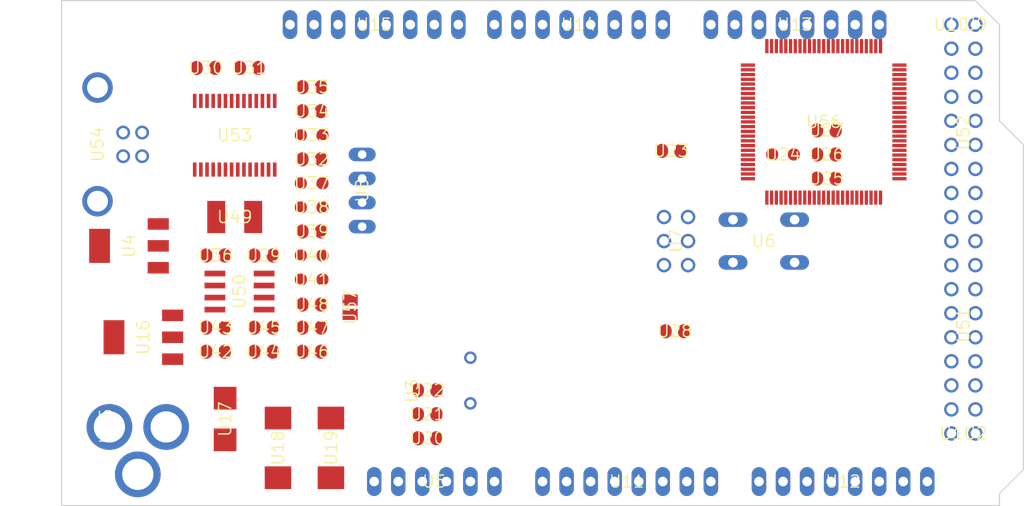
<source format=kicad_pcb>
(kicad_pcb (version 20221018) (generator pcbnew)
  (layers (0 "F.Cu" signal "Top") (31 "B.Cu" signal "Bottom") (34 "B.Paste" user) (35 "F.Paste" user) (36 "B.SilkS" user "B.Silkscreen") (37 "F.SilkS" user "F.Silkscreen") (38 "B.Mask" user) (39 "F.Mask" user) (44 "Edge.Cuts" user))
  (net 0 "")
  (net 1 "+5V")
  (net 2 "GND")
  (net 3 "N$6")
  (net 4 "N$7")
  (net 5 "AREF")
  (net 6 "RESET")
  (net 7 "VIN")
  (net 8 "N$3")
  (net 9 "PWRIN")
  (net 10 "M8RXD")
  (net 11 "M8TXD")
  (net 12 "ADC0")
  (net 13 "ADC2")
  (net 14 "ADC1")
  (net 15 "ADC3")
  (net 16 "ADC4")
  (net 17 "ADC5")
  (net 18 "ADC6")
  (net 19 "ADC7")
  (net 20 "+3V3")
  (net 21 "SDA")
  (net 22 "SCL")
  (net 23 "ADC9")
  (net 24 "ADC8")
  (net 25 "ADC10")
  (net 26 "ADC11")
  (net 27 "ADC12")
  (net 28 "ADC13")
  (net 29 "ADC14")
  (net 30 "ADC15")
  (net 31 "PB3")
  (net 32 "PB2")
  (net 33 "PB1")
  (net 34 "PB5")
  (net 35 "PB4")
  (net 36 "PE5")
  (net 37 "PE4")
  (net 38 "PE3")
  (net 39 "PE1")
  (net 40 "PE0")
  (net 41 "N$15")
  (net 42 "N$53")
  (net 43 "N$54")
  (net 44 "N$55")
  (net 45 "D-")
  (net 46 "D+")
  (net 47 "N$60")
  (net 48 "DTR")
  (net 49 "USBVCC")
  (net 50 "N$2")
  (net 51 "N$4")
  (net 52 "GATE_CMD")
  (net 53 "CMP")
  (net 54 "PB6")
  (net 55 "PH3")
  (net 56 "PH4")
  (net 57 "PH5")
  (net 58 "PH6")
  (net 59 "PG5")
  (net 60 "RXD1")
  (net 61 "TXD1")
  (net 62 "RXD2")
  (net 63 "RXD3")
  (net 64 "TXD2")
  (net 65 "TXD3")
  (net 66 "PC0")
  (net 67 "PC1")
  (net 68 "PC2")
  (net 69 "PC3")
  (net 70 "PC4")
  (net 71 "PC5")
  (net 72 "PC6")
  (net 73 "PC7")
  (net 74 "PB0")
  (net 75 "PG0")
  (net 76 "PG1")
  (net 77 "PG2")
  (net 78 "PD7")
  (net 79 "PA0")
  (net 80 "PA1")
  (net 81 "PA2")
  (net 82 "PA3")
  (net 83 "PA4")
  (net 84 "PA5")
  (net 85 "PA6")
  (net 86 "PA7")
  (net 87 "PL0")
  (net 88 "PL1")
  (net 89 "PL2")
  (net 90 "PL3")
  (net 91 "PL4")
  (net 92 "PL5")
  (net 93 "PL6")
  (net 94 "PL7")
  (net 95 "PB7")
  (net 96 "CTS")
  (net 97 "DSR")
  (net 98 "DCD")
  (net 99 "RI")
  (footprint "Arduino_MEGA_Reference_Design:2X03" (layer "F.Cu") (at 162.5981 103.7336 -90)
    (fp_text reference "U7")
    (fp_text value "")
  )
  (footprint "Arduino_MEGA_Reference_Design:1X08" (layer "F.Cu") (at 152.3111 80.8736 180)
    (fp_text reference "U14")
    (fp_text value "")
  )
  (footprint "Arduino_MEGA_Reference_Design:1X08" (layer "F.Cu") (at 130.7211 80.8736 180)
    (fp_text reference "U15")
    (fp_text value "")
  )
  (footprint "Arduino_MEGA_Reference_Design:SMC_D" (layer "F.Cu") (at 120.5611 125.5776 -90)
    (fp_text reference "U18")
    (fp_text value "")
  )
  (footprint "Arduino_MEGA_Reference_Design:SMC_D" (layer "F.Cu") (at 126.1491 125.5776 -90)
    (fp_text reference "U19")
    (fp_text value "")
  )
  (footprint "Arduino_MEGA_Reference_Design:B3F-10XX" (layer "F.Cu") (at 171.8691 103.7336 180)
    (fp_text reference "U6")
    (fp_text value "")
  )
  (footprint "Arduino_MEGA_Reference_Design:0805RND" (layer "F.Cu") (at 173.9011 94.5896 180)
    (fp_text reference "U24")
    (fp_text value "")
  )
  (footprint "Arduino_MEGA_Reference_Design:SMB" (layer "F.Cu") (at 114.9731 122.5296 -90)
    (fp_text reference "U17")
    (fp_text value "")
  )
  (footprint "Arduino_MEGA_Reference_Design:DC-21MM" (layer "F.Cu") (at 103.0351 123.2916 90)
    (fp_text reference "U55")
    (fp_text value "")
  )
  (footprint "Arduino_MEGA_Reference_Design:HC49_S" (layer "F.Cu") (at 140.8811 118.4656 90)
    (fp_text reference "U3")
    (fp_text value "")
  )
  (footprint "Arduino_MEGA_Reference_Design:SOT223" (layer "F.Cu") (at 106.3371 113.8936 90)
    (fp_text reference "U16")
    (fp_text value "")
  )
  (footprint "Arduino_MEGA_Reference_Design:1X06" (layer "F.Cu") (at 137.0711 129.1336)
    (fp_text reference "U5")
    (fp_text value "")
  )
  (footprint "Arduino_MEGA_Reference_Design:C0805RND" (layer "F.Cu") (at 124.1171 87.4776)
    (fp_text reference "U35")
    (fp_text value "")
  )
  (footprint "Arduino_MEGA_Reference_Design:C0805RND" (layer "F.Cu") (at 162.4711 113.2586)
    (fp_text reference "U28")
    (fp_text value "")
  )
  (footprint "Arduino_MEGA_Reference_Design:C0805RND" (layer "F.Cu") (at 136.3091 122.0216)
    (fp_text reference "U21")
    (fp_text value "")
  )
  (footprint "Arduino_MEGA_Reference_Design:C0805RND" (layer "F.Cu") (at 136.3091 119.4816)
    (fp_text reference "U22")
    (fp_text value "")
  )
  (footprint "Arduino_MEGA_Reference_Design:C0805RND" (layer "F.Cu") (at 113.9571 112.8776)
    (fp_text reference "U43")
    (fp_text value "")
  )
  (footprint "Arduino_MEGA_Reference_Design:RCL_0805RND" (layer "F.Cu") (at 124.1171 105.2576)
    (fp_text reference "U40")
    (fp_text value "")
  )
  (footprint "Arduino_MEGA_Reference_Design:RCL_0805RND" (layer "F.Cu") (at 124.1171 107.7976)
    (fp_text reference "U41")
    (fp_text value "")
  )
  (footprint "Arduino_MEGA_Reference_Design:1X08" (layer "F.Cu") (at 157.3911 129.1336)
    (fp_text reference "U11")
    (fp_text value "")
  )
  (footprint "Arduino_MEGA_Reference_Design:1X08" (layer "F.Cu") (at 175.1711 80.8736 180)
    (fp_text reference "U13")
    (fp_text value "")
  )
  (footprint "Arduino_MEGA_Reference_Design:R0805RND" (layer "F.Cu") (at 178.4731 94.5896 180)
    (fp_text reference "U26")
    (fp_text value "")
  )
  (footprint "Arduino_MEGA_Reference_Design:R0805RND" (layer "F.Cu") (at 178.4731 92.0496 180)
    (fp_text reference "U27")
    (fp_text value "")
  )
  (footprint "Arduino_MEGA_Reference_Design:TQFP100" (layer "F.Cu") (at 178.19564819335938 91.14759826660156 0)
    (fp_text reference "U56")
    (fp_text value "")
  )
  (footprint "Arduino_MEGA_Reference_Design:C0805RND" (layer "F.Cu") (at 162.0901 94.2086 180)
    (fp_text reference "U23")
    (fp_text value "")
  )
  (footprint "Arduino_MEGA_Reference_Design:C0805RND" (layer "F.Cu") (at 136.3091 124.5616)
    (fp_text reference "U20")
    (fp_text value "")
  )
  (footprint "Arduino_MEGA_Reference_Design:1X08" (layer "F.Cu") (at 180.2511 129.1336)
    (fp_text reference "U12")
    (fp_text value "")
  )
  (footprint "Arduino_MEGA_Reference_Design:R0805RND" (layer "F.Cu") (at 124.1171 112.8776)
    (fp_text reference "U47")
    (fp_text value "")
  )
  (footprint "Arduino_MEGA_Reference_Design:C0805RND" (layer "F.Cu") (at 124.1171 115.4176)
    (fp_text reference "U46")
    (fp_text value "")
  )
  (footprint "Arduino_MEGA_Reference_Design:C0805RND" (layer "F.Cu") (at 113.9571 105.2576)
    (fp_text reference "U36")
    (fp_text value "")
  )
  (footprint "Arduino_MEGA_Reference_Design:C0805RND" (layer "F.Cu") (at 112.9411 85.4456)
    (fp_text reference "U30")
    (fp_text value "")
  )
  (footprint "Arduino_MEGA_Reference_Design:0805RND" (layer "F.Cu") (at 124.1171 100.1776 180)
    (fp_text reference "U38")
    (fp_text value "")
  )
  (footprint "Arduino_MEGA_Reference_Design:0805RND" (layer "F.Cu") (at 124.1171 97.6376 180)
    (fp_text reference "U37")
    (fp_text value "")
  )
  (footprint "Arduino_MEGA_Reference_Design:R0805RND" (layer "F.Cu") (at 124.1171 95.0976)
    (fp_text reference "U32")
    (fp_text value "")
  )
  (footprint "Arduino_MEGA_Reference_Design:R0805RND" (layer "F.Cu") (at 124.1171 102.7176)
    (fp_text reference "U39")
    (fp_text value "")
  )
  (footprint "Arduino_MEGA_Reference_Design:SSOP28" (layer "F.Cu") (at 115.9891 92.5576)
    (fp_text reference "U53")
    (fp_text value "")
  )
  (footprint "Arduino_MEGA_Reference_Design:PN61729" (layer "F.Cu") (at 98.9584 93.5228 -90)
    (fp_text reference "U54")
    (fp_text value "")
  )
  (footprint "Arduino_MEGA_Reference_Design:L1812" (layer "F.Cu") (at 115.9891 101.1936)
    (fp_text reference "U49")
    (fp_text value "")
  )
  (footprint "Arduino_MEGA_Reference_Design:C0805RND" (layer "F.Cu") (at 117.5131 85.4456)
    (fp_text reference "U31")
    (fp_text value "")
  )
  (footprint "Arduino_MEGA_Reference_Design:0805RND" (layer "F.Cu") (at 124.1171 92.5576 180)
    (fp_text reference "U33")
    (fp_text value "")
  )
  (footprint "Arduino_MEGA_Reference_Design:R0805RND" (layer "F.Cu") (at 124.1171 90.0176 180)
    (fp_text reference "U34")
    (fp_text value "")
  )
  (footprint "Arduino_MEGA_Reference_Design:C0805RND" (layer "F.Cu") (at 124.1171 110.4392 180)
    (fp_text reference "U48")
    (fp_text value "")
  )
  (footprint "Arduino_MEGA_Reference_Design:SOT223" (layer "F.Cu") (at 104.8131 104.2416 90)
    (fp_text reference "U4")
    (fp_text value "")
  )
  (footprint "Arduino_MEGA_Reference_Design:SO08" (layer "F.Cu") (at 116.4971 109.0676 -90)
    (fp_text reference "U50")
    (fp_text value "")
  )
  (footprint "Arduino_MEGA_Reference_Design:R0805RND" (layer "F.Cu") (at 113.9571 115.4176 180)
    (fp_text reference "U42")
    (fp_text value "")
  )
  (footprint "Arduino_MEGA_Reference_Design:R0805RND" (layer "F.Cu") (at 119.0371 112.8776 180)
    (fp_text reference "U45")
    (fp_text value "")
  )
  (footprint "Arduino_MEGA_Reference_Design:C0805RND" (layer "F.Cu") (at 119.0371 115.4176 180)
    (fp_text reference "U44")
    (fp_text value "")
  )
  (footprint "Arduino_MEGA_Reference_Design:C0805RND" (layer "F.Cu") (at 119.0371 105.2576)
    (fp_text reference "U29")
    (fp_text value "")
  )
  (footprint "Arduino_MEGA_Reference_Design:2X08" (layer "F.Cu") (at 192.9511 92.3036 90)
    (fp_text reference "U52")
    (fp_text value "")
  )
  (footprint "Arduino_MEGA_Reference_Design:2X08" (layer "F.Cu") (at 192.9511 112.6236 90)
    (fp_text reference "U51")
    (fp_text value "")
  )
  (footprint "Arduino_MEGA_Reference_Design:R0805RND" (layer "F.Cu") (at 178.4731 97.1296 180)
    (fp_text reference "U25")
    (fp_text value "")
  )
  (footprint "Arduino_MEGA_Reference_Design:1X01" (layer "F.Cu") (at 191.6811 80.8736)
    (fp_text reference "U10")
    (fp_text value "")
  )
  (footprint "Arduino_MEGA_Reference_Design:1X01" (layer "F.Cu") (at 194.2211 80.8736)
    (fp_text reference "U9")
    (fp_text value "")
  )
  (footprint "Arduino_MEGA_Reference_Design:1X01" (layer "F.Cu") (at 191.6811 124.0536)
    (fp_text reference "U1")
    (fp_text value "")
  )
  (footprint "Arduino_MEGA_Reference_Design:1X01" (layer "F.Cu") (at 194.2211 124.0536)
    (fp_text reference "U2")
    (fp_text value "")
  )
  (footprint "Arduino_MEGA_Reference_Design:SJ" (layer "F.Cu") (at 128.1811 110.7186 -90)
    (fp_text reference "U57")
    (fp_text value "")
  )
  (footprint "Arduino_MEGA_Reference_Design:JP4" (layer "F.Cu") (at 129.4511 98.3996 -90)
    (fp_text reference "U8")
    (fp_text value "")
  )
  (gr_line (start 196.7611 80.8736) (end 196.7611 91.0336) (layer "Edge.Cuts") (width 0.12))
  (gr_line (start 196.7611 130.4036) (end 196.7611 131.6736) (layer "Edge.Cuts") (width 0.12))
  (gr_line (start 194.2211 78.3336) (end 196.7611 80.8736) (layer "Edge.Cuts") (width 0.12))
  (gr_line (start 97.7011 78.3336) (end 194.2211 78.3336) (layer "Edge.Cuts") (width 0.12))
  (gr_line (start 196.7611 91.0336) (end 199.3011 93.5736) (layer "Edge.Cuts") (width 0.12))
  (gr_line (start 97.7011 131.6736) (end 97.7011 78.3336) (layer "Edge.Cuts") (width 0.12))
  (gr_line (start 196.7611 131.6736) (end 97.7011 131.6736) (layer "Edge.Cuts") (width 0.12))
  (gr_line (start 199.3011 93.5736) (end 199.3011 127.8636) (layer "Edge.Cuts") (width 0.12))
  (gr_line (start 199.3011 127.8636) (end 196.7611 130.4036) (layer "Edge.Cuts") (width 0.12))
)
</source>
